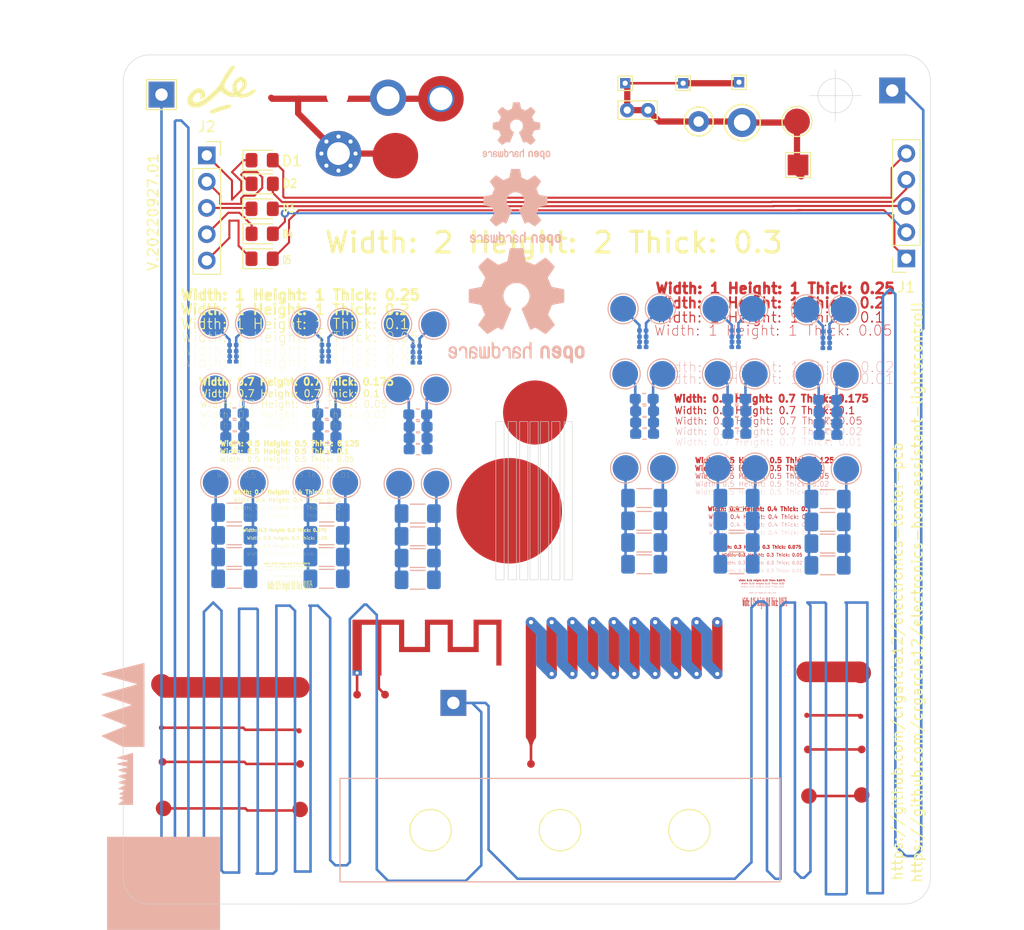
<source format=kicad_pcb>
(kicad_pcb (version 20211014) (generator pcbnew)
  (title_block (title "Home Assistant module for lights control") (date "2022-09-18") (rev "20220918.20"))
  (layers (0 "F.Cu" signal) (31 "B.Cu" signal) (34 "B.Paste" user) (35 "F.Paste" user) (36 "B.SilkS" user "B.Silkscreen") (37 "F.SilkS" user "F.Silkscreen") (38 "B.Mask" user) (39 "F.Mask" user) (44 "Edge.Cuts" user))
  (net 0 "")
  (net 1 "Net-(D1-Pad1)")
  (net 2 "Net-(D1-Pad2)")
  (net 3 "Net-(D2-Pad1)")
  (net 4 "Net-(D2-Pad2)")
  (net 5 "Net-(D3-Pad1)")
  (net 6 "Net-(D3-Pad2)")
  (net 7 "Net-(D4-Pad1)")
  (net 8 "Net-(D4-Pad2)")
  (net 9 "Net-(D5-Pad1)")
  (net 10 "Net-(D5-Pad2)")
  (footprint "icons:che" (layer "F.Cu") (at 39.5 33.8)
    (fp_text reference "G1" hide)
    (fp_text value "LOGO" hide)
  )
  (footprint "Fiducial:Fiducial_0.75mm_Mask1.5mm" (layer "F.Cu") (at 52.6 92.3)
    (fp_text reference "REF**" hide)
    (fp_text value "Fiducial_0.75mm_Mask1.5mm")
  )
  (footprint "TestPoint:TestPoint_THTPad_1.0x1.0mm_Drill0.5mm" (layer "F.Cu") (at 78.5 33.2)
    (fp_text reference "REF**" hide)
    (fp_text value "TestPoint_THTPad_1.0x1.0mm_Drill0.5mm")
  )
  (footprint "TestPoint:TestPoint_Pad_2.0x2.0mm" (layer "F.Cu") (at 95.2 41.1)
    (fp_text reference "REF**" hide)
    (fp_text value "TestPoint_Pad_2.0x2.0mm")
  )
  (footprint "MountingHole:MountingHole_2.2mm_M2_ISO7380_Pad_TopBottom" (layer "F.Cu") (at 55.6 34.6)
    (fp_text reference "REF**" hide)
    (fp_text value "MountingHole_2.2mm_M2_ISO7380_Pad_TopBottom")
  )
  (footprint "TestPoint:TestPoint_THTPad_2.5x2.5mm_Drill1.2mm" (layer "F.Cu") (at 33.7 34.3)
    (fp_text reference "REF**" hide)
    (fp_text value "TestPoint_THTPad_2.5x2.5mm_Drill1.2mm")
  )
  (footprint "Connector_PinSocket_2.54mm:PinSocket_1x05_P2.54mm_Vertical" (layer "F.Cu") (at 38.076 40.175)
    (fp_text reference "J2")
    (fp_text value "Conn_01x05_Female")
  )
  (footprint "Fiducial:Fiducial_0.75mm_Mask1.5mm" (layer "F.Cu") (at 55.3 92.3)
    (fp_text reference "REF**" hide)
    (fp_text value "Fiducial_0.75mm_Mask1.5mm")
  )
  (footprint "Fiducial:Fiducial_1.5mm_Mask4.5mm" (layer "F.Cu") (at 101.35 102)
    (fp_text reference "REF**" hide)
    (fp_text value "Fiducial_1.5mm_Mask4.5mm")
  )
  (footprint "Fiducial:Fiducial_0.5mm_Mask1mm" (layer "F.Cu") (at 96.05 90.1)
    (fp_text reference "REF**" hide)
    (fp_text value "Fiducial_0.5mm_Mask1mm")
  )
  (footprint "LED_SMD:LED_0805_2012Metric_Pad1.15x1.40mm_HandSolder" (layer "F.Cu") (at 43.434 47.752)
    (fp_text reference "D4")
    (fp_text value "LED")
  )
  (footprint "LED_SMD:LED_0805_2012Metric_Pad1.15x1.40mm_HandSolder" (layer "F.Cu") (at 43.434 42.926)
    (fp_text reference "D2")
    (fp_text value "LED")
  )
  (footprint "Fiducial:Fiducial_0.75mm_Mask1.5mm" (layer "F.Cu") (at 69.4 99)
    (fp_text reference "REF**" hide)
    (fp_text value "Fiducial_0.75mm_Mask1.5mm")
  )
  (footprint "" (layer "F.Cu") (at 104.3 33.9)
    (fp_text reference "")
    (fp_text value "")
  )
  (footprint "MountingEquipment:DINRailAdapter_3xM3_PhoenixContact_1201578" (layer "F.Cu") (at 72.2 105.4)
    (fp_text reference "REF**" hide)
    (fp_text value "DINRailAdapter_3xM3_PhoenixContact_1201578")
  )
  (footprint "TestPoint:TestPoint_THTPad_1.0x1.0mm_Drill0.5mm" (layer "F.Cu") (at 89.5 33.1)
    (fp_text reference "REF**" hide)
    (fp_text value "TestPoint_THTPad_1.0x1.0mm_Drill0.5mm" hide)
  )
  (footprint "Connector_PinSocket_2.54mm:PinSocket_1x05_P2.54mm_Vertical" (layer "F.Cu") (at 105.664 50.146 180)
    (fp_text reference "J1")
    (fp_text value "Conn_01x05_Female")
  )
  (footprint "RF_Antenna:Texas_SWRA416_868MHz_915MHz" (layer "F.Cu") (at 78.4 91.1)
    (fp_text reference "REF**" hide)
    (fp_text value "Texas_SWRA416_868MHz_915MHz")
  )
  (footprint "Fiducial:Fiducial_1.5mm_Mask4.5mm" (layer "F.Cu") (at 47.1 103.4)
    (fp_text reference "REF**" hide)
    (fp_text value "Fiducial_1.5mm_Mask4.5mm")
  )
  (footprint "TestPoint:TestPoint_Keystone_5000-5004_Miniature" (layer "F.Cu") (at 85.6 36.9)
    (fp_text reference "REF**" hide)
    (fp_text value "TestPoint_Keystone_5000-5004_Miniature")
  )
  (footprint "LED_SMD:LED_0805_2012Metric_Pad1.15x1.40mm_HandSolder" (layer "F.Cu") (at 43.425 45.339)
    (fp_text reference "D3")
    (fp_text value "LED")
  )
  (footprint "Fiducial:Fiducial_0.75mm_Mask1.5mm" (layer "F.Cu") (at 96.15 97.6)
    (fp_text reference "REF**" hide)
    (fp_text value "Fiducial_0.75mm_Mask1.5mm")
  )
  (footprint "TestPoint:TestPoint_THTPad_1.0x1.0mm_Drill0.5mm" (layer "F.Cu") (at 84.1 33.2)
    (fp_text reference "REF**" hide)
    (fp_text value "TestPoint_THTPad_1.0x1.0mm_Drill0.5mm")
  )
  (footprint "RF_Antenna:Texas_SWRA117D_2.4GHz_Right" (layer "F.Cu") (at 54.7 90.2)
    (fp_text reference "REF**" hide)
    (fp_text value "Texas_SWRA117D_2.4GHz_Right")
  )
  (footprint "Fiducial:Fiducial_0.5mm_Mask1mm" (layer "F.Cu") (at 33.7 91.3)
    (fp_text reference "REF**" hide)
    (fp_text value "Fiducial_0.5mm_Mask1mm")
  )
  (footprint "TestPoint:TestPoint_Pad_D2.5mm" (layer "F.Cu") (at 95.1 36.9)
    (fp_text reference "REF**" hide)
    (fp_text value "TestPoint_Pad_D2.5mm")
  )
  (footprint "" (layer "F.Cu") (at 56.3 40.2)
    (fp_text reference "")
    (fp_text value "")
  )
  (footprint "Fiducial:Fiducial_0.5mm_Mask1.5mm" (layer "F.Cu") (at 47 95.8)
    (fp_text reference "REF**" hide)
    (fp_text value "Fiducial_0.5mm_Mask1.5mm")
  )
  (footprint "LED_SMD:LED_0805_2012Metric_Pad1.15x1.40mm_HandSolder" (layer "F.Cu") (at 43.425 40.64)
    (fp_text reference "D1")
    (fp_text value "LED")
  )
  (footprint "LED_SMD:LED_0805_2012Metric_Pad1.15x1.40mm_HandSolder" (layer "F.Cu") (at 43.425 50.165)
    (fp_text reference "D5")
    (fp_text value "LED")
  )
  (footprint "Fiducial:Fiducial_0.5mm_Mask1.5mm" (layer "F.Cu") (at 47 91.6)
    (fp_text reference "REF**" hide)
    (fp_text value "Fiducial_0.5mm_Mask1.5mm")
  )
  (footprint "Fiducial:Fiducial_0.75mm_Mask2.25mm" (layer "F.Cu") (at 47.1 99)
    (fp_text reference "REF**" hide)
    (fp_text value "Fiducial_0.75mm_Mask2.25mm")
  )
  (footprint "TestPoint:TestPoint_Bridge_Pitch2.0mm_Drill0.7mm" (layer "F.Cu") (at 78.7 35.8)
    (fp_text reference "REF**" hide)
    (fp_text value "TestPoint_Bridge_Pitch2.0mm_Drill0.7mm")
  )
  (footprint "Fiducial:Fiducial_0.5mm_Mask1.5mm" (layer "F.Cu") (at 101.25 90.2)
    (fp_text reference "REF**" hide)
    (fp_text value "Fiducial_0.5mm_Mask1.5mm")
  )
  (footprint "Fiducial:Fiducial_1.5mm_Mask3mm" (layer "F.Cu") (at 96.25 102.1)
    (fp_text reference "REF**" hide)
    (fp_text value "Fiducial_1.5mm_Mask3mm")
  )
  (footprint "" (layer "F.Cu") (at 61.9 93.1)
    (fp_text reference "")
    (fp_text value "")
  )
  (footprint "MountingHole:MountingHole_2.2mm_M2_Pad_TopOnly" (layer "F.Cu") (at 60.7 34.7)
    (fp_text reference "REF**" hide)
    (fp_text value "MountingHole_2.2mm_M2_Pad_TopOnly")
  )
  (footprint "Fiducial:Fiducial_0.5mm_Mask1.5mm" (layer "F.Cu") (at 101.25 94.4)
    (fp_text reference "REF**" hide)
    (fp_text value "Fiducial_0.5mm_Mask1.5mm")
  )
  (footprint "TestPoint:TestPoint_Keystone_5010-5014_Multipurpose" (layer "F.Cu") (at 89.8 37)
    (fp_text reference "REF**" hide)
    (fp_text value "TestPoint_Keystone_5010-5014_Multipurpose")
  )
  (footprint "Fiducial:Fiducial_1.5mm_Mask3mm" (layer "F.Cu") (at 33.9 103.3)
    (fp_text reference "REF**" hide)
    (fp_text value "Fiducial_1.5mm_Mask3mm")
  )
  (footprint "MountingHole:MountingHole_2.2mm_M2_Pad_Via" (layer "F.Cu") (at 50.8 40)
    (fp_text reference "REF**" hide)
    (fp_text value "MountingHole_2.2mm_M2_Pad_Via")
  )
  (footprint "MountingHole:MountingHole_2.1mm" (layer "F.Cu") (at 50.7 34.4)
    (fp_text reference "REF**" hide)
    (fp_text value "MountingHole_2.1mm")
  )
  (footprint "Fiducial:Fiducial_0.5mm_Mask1mm" (layer "F.Cu") (at 33.7 95.5)
    (fp_text reference "REF**" hide)
    (fp_text value "Fiducial_0.5mm_Mask1mm")
  )
  (footprint "Fiducial:Fiducial_0.75mm_Mask2.25mm" (layer "F.Cu") (at 101.35 97.6)
    (fp_text reference "REF**" hide)
    (fp_text value "Fiducial_0.75mm_Mask2.25mm")
  )
  (footprint "Fiducial:Fiducial_0.5mm_Mask1mm" (layer "F.Cu") (at 96.05 94.3)
    (fp_text reference "REF**" hide)
    (fp_text value "Fiducial_0.5mm_Mask1mm")
  )
  (footprint "Fiducial:Fiducial_0.75mm_Mask1.5mm" (layer "F.Cu") (at 33.8 98.8)
    (fp_text reference "REF**" hide)
    (fp_text value "Fiducial_0.75mm_Mask1.5mm")
  )
  (footprint "Capacitor_SMD:C_0201_0603Metric" (layer "B.Cu") (at 80.2 57.1 180)
    (fp_text reference "REF**" hide)
    (fp_text value "C_0201_0603Metric")
  )
  (footprint "TestPoint:TestPoint_Pad_D2.5mm" (layer "B.Cu") (at 60.22 62.8 180)
    (fp_text reference "REF**" hide)
    (fp_text value "TestPoint_Pad_D2.5mm")
  )
  (footprint "Symbol:OSHW-Logo2_7.3x6mm_SilkScreen" (layer "B.Cu") (at 68 37.8 180)
    (fp_text reference "REF**" hide)
    (fp_text value "OSHW-Logo2_7.3x6mm_SilkScreen" hide)
  )
  (footprint "Capacitor_SMD:C_0201_0603Metric" (layer "B.Cu") (at 80.2 58.7 180)
    (fp_text reference "REF**" hide)
    (fp_text value "C_0201_0603Metric")
  )
  (footprint "Capacitor_SMD:C_0201_0603Metric" (layer "B.Cu") (at 49.54 59.6 180)
    (fp_text reference "REF**" hide)
    (fp_text value "C_0201_0603Metric")
  )
  (footprint "TestPoint:TestPoint_Pad_D2.5mm" (layer "B.Cu") (at 51.22 56.4 180)
    (fp_text reference "REF**" hide)
    (fp_text value "TestPoint_Pad_D2.5mm")
  )
  (footprint "Capacitor_SMD:C_0603_1608Metric_Pad1.08x0.95mm_HandSolder" (layer "B.Cu") (at 40.775 66.3 180)
    (fp_text reference "REF**" hide)
    (fp_text value "C_0603_1608Metric_Pad1.08x0.95mm_HandSolder")
  )
  (footprint "TestPoint:TestPoint_Pad_D2.5mm" (layer "B.Cu") (at 56.6575 71.9 180)
    (fp_text reference "REF**" hide)
    (fp_text value "TestPoint_Pad_D2.5mm")
  )
  (footprint "Capacitor_SMD:C_1206_3216Metric_Pad1.33x1.80mm_HandSolder" (layer "B.Cu") (at 89.2575 79.7 180)
    (fp_text reference "REF**" hide)
    (fp_text value "C_1206_3216Metric_Pad1.33x1.80mm_HandSolder")
  )
  (footprint "TestPoint:TestPoint_Pad_D2.5mm" (layer "B.Cu") (at 99.8575 70.5 180)
    (fp_text reference "REF**" hide)
    (fp_text value "TestPoint_Pad_D2.5mm")
  )
  (footprint "Capacitor_SMD:C_1206_3216Metric_Pad1.33x1.80mm_HandSolder" (layer "B.Cu") (at 80.3375 75.5 180)
    (fp_text reference "REF**" hide)
    (fp_text value "C_1206_3216Metric_Pad1.33x1.80mm_HandSolder")
  )
  (footprint "Capacitor_SMD:C_0603_1608Metric_Pad1.08x0.95mm_HandSolder" (layer "B.Cu") (at 80.375 64.9 180)
    (fp_text reference "REF**" hide)
    (fp_text value "C_0603_1608Metric_Pad1.08x0.95mm_HandSolder")
  )
  (footprint "TestPoint:TestPoint_Pad_D2.5mm" (layer "B.Cu") (at 90.82 55 180)
    (fp_text reference "REF**" hide)
    (fp_text value "TestPoint_Pad_D2.5mm")
  )
  (footprint "TestPoint:TestPoint_Pad_D2.5mm" (layer "B.Cu") (at 87.22 55 180)
    (fp_text reference "REF**" hide)
    (fp_text value "TestPoint_Pad_D2.5mm")
  )
  (footprint "TestPoint:TestPoint_Pad_D2.5mm" (layer "B.Cu") (at 82.1375 70.4 180)
    (fp_text reference "REF**" hide)
    (fp_text value "TestPoint_Pad_D2.5mm")
  )
  (footprint "TestPoint:TestPoint_Pad_D2.5mm" (layer "B.Cu") (at 60.02 56.5 180)
    (fp_text reference "REF**" hide)
    (fp_text value "TestPoint_Pad_D2.5mm")
  )
  (footprint "TestPoint:TestPoint_Pad_D2.5mm" (layer "B.Cu") (at 87.42 61.3 180)
    (fp_text reference "REF**" hide)
    (fp_text value "TestPoint_Pad_D2.5mm")
  )
  (footprint "Capacitor_SMD:C_0603_1608Metric_Pad1.08x0.95mm_HandSolder" (layer "B.Cu") (at 98.0575 63.8 180)
    (fp_text reference "REF**" hide)
    (fp_text value "C_0603_1608Metric_Pad1.08x0.95mm_HandSolder")
  )
  (footprint "TestPoint:TestPoint_Pad_D2.5mm" (layer "B.Cu") (at 96.02 55.1 180)
    (fp_text reference "REF**" hide)
    (fp_text value "TestPoint_Pad_D2.5mm")
  )
  (footprint "Capacitor_SMD:C_0201_0603Metric" (layer "B.Cu") (at 97.94 58.3 180)
    (fp_text reference "REF**" hide)
    (fp_text value "C_0201_0603Metric")
  )
  (footprint "Capacitor_SMD:C_0201_0603Metric" (layer "B.Cu") (at 40.6 60.1 180)
    (fp_text reference "REF**" hide)
    (fp_text value "C_0201_0603Metric")
  )
  (footprint "Capacitor_SMD:C_0201_0603Metric" (layer "B.Cu") (at 80.22 58.2 180)
    (fp_text reference "REF**" hide)
    (fp_text value "C_0201_0603Metric")
  )
  (footprint "Capacitor_SMD:C_1206_3216Metric_Pad1.33x1.80mm_HandSolder" (layer "B.Cu") (at 98.0575 79.8 180)
    (fp_text reference "REF**" hide)
    (fp_text value "C_1206_3216Metric_Pad1.33x1.80mm_HandSolder")
  )
  (footprint "Capacitor_SMD:C_0603_1608Metric_Pad1.08x0.95mm_HandSolder" (layer "B.Cu") (at 49.6575 65.1 180)
    (fp_text reference "REF**" hide)
    (fp_text value "C_0603_1608Metric_Pad1.08x0.95mm_HandSolder")
  )
  (footprint "Capacitor_SMD:C_1206_3216Metric_Pad1.33x1.80mm_HandSolder" (layer "B.Cu") (at 40.7375 81.1 180)
    (fp_text reference "REF**" hide)
    (fp_text value "C_1206_3216Metric_Pad1.33x1.80mm_HandSolder")
  )
  (footprint "Capacitor_SMD:C_0603_1608Metric_Pad1.08x0.95mm_HandSolder" (layer "B.Cu") (at 49.695 66.3 180)
    (fp_text reference "REF**" hide)
    (fp_text value "C_0603_1608Metric_Pad1.08x0.95mm_HandSolder")
  )
  (footprint "TestPoint:TestPoint_Pad_D2.5mm" (layer "B.Cu") (at 38.9 62.7 180)
    (fp_text reference "REF**" hide)
    (fp_text value "TestPoint_Pad_D2.5mm")
  )
  (footprint "Capacitor_SMD:C_1206_3216Metric_Pad1.33x1.80mm_HandSolder" (layer "B.Cu") (at 80.3375 79.7 180)
    (fp_text reference "REF**" hide)
    (fp_text value "C_1206_3216Metric_Pad1.33x1.80mm_HandSolder")
  )
  (footprint "Capacitor_SMD:C_0201_0603Metric" (layer "B.Cu") (at 58.34 59.7 180)
    (fp_text reference "REF**" hide)
    (fp_text value "C_0201_0603Metric")
  )
  (footprint "Capacitor_SMD:C_1206_3216Metric_Pad1.33x1.80mm_HandSolder" (layer "B.Cu") (at 58.4575 81.2 180)
    (fp_text reference "REF**" hide)
    (fp_text value "C_1206_3216Metric_Pad1.33x1.80mm_HandSolder")
  )
  (footprint "Capacitor_SMD:C_1206_3216Metric_Pad1.33x1.80mm_HandSolder" (layer "B.Cu") (at 58.4575 77 180)
    (fp_text reference "REF**" hide)
    (fp_text value "C_1206_3216Metric_Pad1.33x1.80mm_HandSolder")
  )
  (footprint "Capacitor_SMD:C_0201_0603Metric" (layer "B.Cu") (at 40.6 58.5 180)
    (fp_text reference "REF**" hide)
    (fp_text value "C_0201_0603Metric")
  )
  (footprint "Capacitor_SMD:C_1206_3216Metric_Pad1.33x1.80mm_HandSolder" (layer "B.Cu") (at 58.4575 79.1 180)
    (fp_text reference "REF**" hide)
    (fp_text value "C_1206_3216Metric_Pad1.33x1.80mm_HandSolder")
  )
  (footprint "Capacitor_SMD:C_0201_0603Metric" (layer "B.Cu") (at 49.52 58.5 180)
    (fp_text reference "REF**" hide)
    (fp_text value "C_0201_0603Metric")
  )
  (footprint "Capacitor_SMD:C_0603_1608Metric_Pad1.08x0.95mm_HandSolder" (layer "B.Cu") (at 40.775 68.5 180)
    (fp_text reference "REF**" hide)
    (fp_text value "C_0603_1608Metric_Pad1.08x0.95mm_HandSolder")
  )
  (footprint "Capacitor_SMD:C_1206_3216Metric_Pad1.33x1.80mm_HandSolder" (layer "B.Cu") (at 89.2575 73.3 180)
    (fp_text reference "REF**" hide)
    (fp_text value "C_1206_3216Metric_Pad1.33x1.80mm_HandSolder")
  )
  (footprint "TestPoint:TestPoint_Pad_D2.5mm" (layer "B.Cu") (at 78.5 61.3 180)
    (fp_text reference "REF**" hide)
    (fp_text value "TestPoint_Pad_D2.5mm")
  )
  (footprint "Capacitor_SMD:C_0603_1608Metric_Pad1.08x0.95mm_HandSolder" (layer "B.Cu") (at 98.095 66.1 180)
    (fp_text reference "REF**" hide)
    (fp_text value "C_0603_1608Metric_Pad1.08x0.95mm_HandSolder")
  )
  (footprint "TestPoint:TestPoint_Pad_D2.5mm" (layer "B.Cu") (at 87.4575 70.4 180)
    (fp_text reference "REF**" hide)
    (fp_text value "TestPoint_Pad_D2.5mm")
  )
  (footprint "TestPoint:TestPoint_Pad_D2.5mm" (layer "B.Cu") (at 78.3 55 180)
    (fp_text reference "REF**" hide)
    (fp_text value "TestPoint_Pad_D2.5mm")
  )
  (footprint "Capacitor_SMD:C_1206_3216Metric_Pad1.33x1.80mm_HandSolder" (layer "B.Cu") (at 49.6575 81.1 180)
    (fp_text reference "REF**" hide)
    (fp_text value "C_1206_3216Metric_Pad1.33x1.80mm_HandSolder")
  )
  (footprint "Capacitor_SMD:C_1206_3216Metric_Pad1.33x1.80mm_HandSolder" (layer "B.Cu") (at 49.6575 79 180)
    (fp_text reference "REF**" hide)
    (fp_text value "C_1206_3216Metric_Pad1.33x1.80mm_HandSolder")
  )
  (footprint "Capacitor_SMD:C_0201_0603Metric" (layer "B.Cu") (at 58.32 59.2 180)
    (fp_text reference "REF**" hide)
    (fp_text value "C_0201_0603Metric")
  )
  (footprint "TestPoint:TestPoint_Pad_D2.5mm" (layer "B.Cu") (at 91.0575 70.4 180)
    (fp_text reference "REF**" hide)
    (fp_text value "TestPoint_Pad_D2.5mm")
  )
  (footprint "TestPoint:TestPoint_Pad_D2.5mm" (layer "B.Cu") (at 60.2575 71.9 180)
    (fp_text reference "REF**" hide)
    (fp_text value "TestPoint_Pad_D2.5mm")
  )
  (footprint "Capacitor_SMD:C_0603_1608Metric_Pad1.08x0.95mm_HandSolder" (layer "B.Cu") (at 89.2575 63.7 180)
    (fp_text reference "REF**" hide)
    (fp_text value "C_0603_1608Metric_Pad1.08x0.95mm_HandSolder")
  )
  (footprint "TestPoint:TestPoint_Pad_D2.5mm" (layer "B.Cu") (at 42.5 62.7 180)
    (fp_text reference "REF**" hide)
    (fp_text value "TestPoint_Pad_D2.5mm")
  )
  (footprint "TestPoint:TestPoint_Pad_D2.5mm" (layer "B.Cu") (at 99.82 61.4 180)
    (fp_text reference "REF**" hide)
    (fp_text value "TestPoint_Pad_D2.5mm")
  )
  (footprint "TestPoint:TestPoint_Pad_D2.5mm" (layer "B.Cu") (at 78.5375 70.4 180)
    (fp_text reference "REF**" hide)
    (fp_text value "TestPoint_Pad_D2.5mm")
  )
  (footprint "Capacitor_SMD:C_0201_0603Metric" (layer "B.Cu") (at 89.12 57.7 180)
    (fp_text reference "REF**" hide)
    (fp_text value "C_0201_0603Metric")
  )
  (footprint "Capacitor_SMD:C_1206_3216Metric_Pad1.33x1.80mm_HandSolder" (layer "B.Cu") (at 40.7375 79 180)
    (fp_text reference "REF**" hide)
    (fp_text value "C_1206_3216Metric_Pad1.33x1.80mm_HandSolder")
  )
  (footprint "TestPoint:TestPoint_Pad_D2.5mm" (layer "B.Cu") (at 91.02 61.3 180)
    (fp_text reference "REF**" hide)
    (fp_text value "TestPoint_Pad_D2.5mm")
  )
  (footprint "Capacitor_SMD:C_0201_0603Metric" (layer "B.Cu") (at 97.92 58.8 180)
    (fp_text reference "REF**" hide)
    (fp_text value "C_0201_0603Metric")
  )
  (footprint "Capacitor_SMD:C_1206_3216Metric_Pad1.33x1.80mm_HandSolder" (layer "B.Cu") (at 80.3375 73.3 180)
    (fp_text reference "REF**" hide)
    (fp_text value "C_1206_3216Metric_Pad1.33x1.80mm_HandSolder")
  )
  (footprint "Capacitor_SMD:C_1206_3216Metric_Pad1.33x1.80mm_HandSolder" (layer "B.Cu") (at 40.7375 74.7 180)
    (fp_text reference "REF**" hide)
    (fp_text value "C_1206_3216Metric_Pad1.33x1.80mm_HandSolder")
  )
  (footprint "Capacitor_SMD:C_1206_3216Metric_Pad1.33x1.80mm_HandSolder" (layer "B.Cu") (at 89.2575 75.5 180)
    (fp_text reference "REF**" hide)
    (fp_text value "C_1206_3216Metric_Pad1.33x1.80mm_HandSolder")
  )
  (footprint "Symbol:OSHW-Logo2_9.8x8mm_SilkScreen" (layer "B.Cu") (at 67.9 45.2 180)
    (fp_text reference "REF**" hide)
    (fp_text value "OSHW-Logo2_9.8x8mm_SilkScreen" hide)
  )
  (footprint "Capacitor_SMD:C_0201_0603Metric" (layer "B.Cu") (at 89.14 58.2 180)
    (fp_text reference "REF**" hide)
    (fp_text value "C_0201_0603Metric")
  )
  (footprint "Capacitor_SMD:C_1206_3216Metric_Pad1.33x1.80mm_HandSolder" (layer "B.Cu") (at 89.2575 77.6 180)
    (fp_text reference "REF**" hide)
    (fp_text value "C_1206_3216Metric_Pad1.33x1.80mm_HandSolder")
  )
  (footprint "TestPoint:TestPoint_Pad_D2.5mm" (layer "B.Cu") (at 47.8575 71.8 180)
    (fp_text reference "REF**" hide)
    (fp_text value "TestPoint_Pad_D2.5mm")
  )
  (footprint "TestPoint:TestPoint_Pad_D2.5mm" (layer "B.Cu") (at 47.82 62.7 180)
    (fp_text reference "REF**" hide)
    (fp_text value "TestPoint_Pad_D2.5mm")
  )
  (footprint "Capacitor_SMD:C_0201_0603Metric" (layer "B.Cu") (at 80.2 57.7 180)
    (fp_text reference "REF**" hide)
    (fp_text value "C_0201_0603Metric")
  )
  (footprint "TestPoint:TestPoint_Pad_D2.5mm" (layer "B.Cu") (at 81.9 55 180)
    (fp_text reference "REF**" hide)
    (fp_text value "TestPoint_Pad_D2.5mm")
  )
  (footprint "Capacitor_SMD:C_0603_1608Metric_Pad1.08x0.95mm_HandSolder" (layer "B.Cu") (at 40.775 67.4 180)
    (fp_text reference "REF**" hide)
    (fp_text value "C_0603_1608Metric_Pad1.08x0.95mm_HandSolder")
  )
  (footprint "TestPoint:TestPoint_Pad_D2.5mm" (layer "B.Cu") (at 47.62 56.4 180)
    (fp_text reference "REF**" hide)
    (fp_text value "TestPoint_Pad_D2.5mm")
  )
  (footprint "Capacitor_SMD:C_0201_0603Metric" (layer "B.Cu") (at 97.92 57.2 180)
    (fp_text reference "REF**" hide)
    (fp_text value "C_0201_0603Metric")
  )
  (footprint "Capacitor_SMD:C_1206_3216Metric_Pad1.33x1.80mm_HandSolder" (layer "B.Cu") (at 49.6575 74.7 180)
    (fp_text reference "REF**" hide)
    (fp_text value "C_1206_3216Metric_Pad1.33x1.80mm_HandSolder")
  )
  (footprint "Capacitor_SMD:C_0603_1608Metric_Pad1.08x0.95mm_HandSolder" (layer "B.Cu") (at 58.495 66.4 180)
    (fp_text reference "REF**" hide)
    (fp_text value "C_0603_1608Metric_Pad1.08x0.95mm_HandSolder")
  )
  (footprint "Capacitor_SMD:C_1206_3216Metric_Pad1.33x1.80mm_HandSolder" (layer "B.Cu") (at 58.4575 74.8 180)
    (fp_text reference "REF**" hide)
    (fp_text value "C_1206_3216Metric_Pad1.33x1.80mm_HandSolder")
  )
  (footprint "Capacitor_SMD:C_0201_0603Metric" (layer "B.Cu") (at 49.52 60.1 180)
    (fp_text reference "REF**" hide)
    (fp_text value "C_0201_0603Metric")
  )
  (footprint "Capacitor_SMD:C_1206_3216Metric_Pad1.33x1.80mm_HandSolder" (layer "B.Cu") (at 98.0575 73.4 180)
    (fp_text reference "REF**" hide)
    (fp_text value "C_1206_3216Metric_Pad1.33x1.80mm_HandSolder")
  )
  (footprint "TestPoint:TestPoint_Pad_D2.5mm" (layer "B.Cu") (at 96.2575 70.5 180)
    (fp_text reference "REF**" hide)
    (fp_text value "TestPoint_Pad_D2.5mm")
  )
  (footprint "Capacitor_SMD:C_1206_3216Metric_Pad1.33x1.80mm_HandSolder" (layer "B.Cu") (at 98.0575 77.7 180)
    (fp_text reference "REF**" hide)
    (fp_text value "C_1206_3216Metric_Pad1.33x1.80mm_HandSolder")
  )
  (footprint "TestPoint:TestPoint_Pad_D2.5mm" (layer "B.Cu") (at 42.3 56.4 180)
    (fp_text reference "REF**" hide)
    (fp_text value "TestPoint_Pad_D2.5mm")
  )
  (footprint "Capacitor_SMD:C_0603_1608Metric_Pad1.08x0.95mm_HandSolder" (layer "B.Cu") (at 89.295 67.1 180)
    (fp_text reference "REF**" hide)
    (fp_text value "C_0603_1608Metric_Pad1.08x0.95mm_HandSolder")
  )
  (footprint "Capacitor_SMD:C_0603_1608Metric_Pad1.08x0.95mm_HandSolder" (layer "B.Cu") (at 89.295 64.9 180)
    (fp_text reference "REF**" hide)
    (fp_text value "C_0603_1608Metric_Pad1.08x0.95mm_HandSolder")
  )
  (footprint "Capacitor_SMD:C_0201_0603Metric" (layer "B.Cu") (at 89.12 57.1 180)
    (fp_text reference "REF**" hide)
    (fp_text value "C_0201_0603Metric")
  )
  (footprint "Capacitor_SMD:C_0201_0603Metric" (layer "B.Cu") (at 40.62 59.6 180)
    (fp_text reference "REF**" hide)
    (fp_text value "C_0201_0603Metric")
  )
  (footprint "Symbol:OSHW-Logo2_14.6x12mm_SilkScreen" (layer "B.Cu") (at 68 54.7 180)
    (fp_text reference "REF**" hide)
    (fp_text value "OSHW-Logo2_14.6x12mm_SilkScreen" hide)
  )
  (footprint "Capacitor_SMD:C_0201_0603Metric" (layer "B.Cu") (at 97.92 57.8 180)
    (fp_text reference "REF**" hide)
    (fp_text value "C_0201_0603Metric")
  )
  (footprint "Capacitor_SMD:C_1206_3216Metric_Pad1.33x1.80mm_HandSolder" (layer "B.Cu") (at 49.6575 76.9 180)
    (fp_text reference "REF**" hide)
    (fp_text value "C_1206_3216Metric_Pad1.33x1.80mm_HandSolder")
  )
  (footprint "Capacitor_SMD:C_0603_1608Metric_Pad1.08x0.95mm_HandSolder" (layer "B.Cu") (at 80.375 67.1 180)
    (fp_text reference "REF**" hide)
    (fp_text value "C_0603_1608Metric_Pad1.08x0.95mm_HandSolder")
  )
  (footprint "TestPoint:TestPoint_Pad_D2.5mm" (layer "B.Cu") (at 56.42 56.5 180)
    (fp_text reference "REF**" hide)
    (fp_text value "TestPoint_Pad_D2.5mm")
  )
  (footprint "TestPoint:TestPoint_Pad_D2.5mm" (layer "B.Cu") (at 99.62 55.1 180)
    (fp_text reference "REF**" hide)
    (fp_text value "TestPoint_Pad_D2.5mm")
  )
  (footprint "Capacitor_SMD:C_0201_0603Metric" (layer "B.Cu") (at 40.6 59.1 180)
    (fp_text reference "REF**" hide)
    (fp_text value "C_0201_0603Metric")
  )
  (footprint "Capacitor_SMD:C_1206_3216Metric_Pad1.33x1.80mm_HandSolder" (layer "B.Cu") (at 80.3375 77.6 180)
    (fp_text reference "REF**" hide)
    (fp_text value "C_1206_3216Metric_Pad1.33x1.80mm_HandSolder")
  )
  (footprint "TestPoint:TestPoint_Pad_D2.5mm" (layer "B.Cu") (at 38.9375 71.8 180)
    (fp_text reference "REF**" hide)
    (fp_text value "TestPoint_Pad_D2.5mm")
  )
  (footprint "Capacitor_SMD:C_0603_1608Metric_Pad1.08x0.95mm_HandSolder" (layer "B.Cu") (at 49.695 68.5 180)
    (fp_text reference "REF**" hide)
    (fp_text value "C_0603_1608Metric_Pad1.08x0.95mm_HandSolder")
  )
  (footprint "Capacitor_SMD:C_0201_0603Metric" (layer "B.Cu") (at 58.32 60.2 180)
    (fp_text reference "REF**" hide)
    (fp_text value "C_0201_0603Metric")
  )
  (footprint "Capacitor_SMD:C_1206_3216Metric_Pad1.33x1.80mm_HandSolder" (layer "B.Cu") (at 40.7375 76.9 180)
    (fp_text reference "REF**" hide)
    (fp_text value "C_1206_3216Metric_Pad1.33x1.80mm_HandSolder")
  )
  (footprint "Capacitor_SMD:C_0603_1608Metric_Pad1.08x0.95mm_HandSolder" (layer "B.Cu") (at 40.7375 65.1 180)
    (fp_text reference "REF**" hide)
    (fp_text value "C_0603_1608Metric_Pad1.08x0.95mm_HandSolder")
  )
  (footprint "TestPoint:TestPoint_Pad_D2.5mm" (layer "B.Cu") (at 82.1 61.3 180)
    (fp_text reference "REF**" hide)
    (fp_text value "TestPoint_Pad_D2.5mm")
  )
  (footprint "Capacitor_SMD:C_0603_1608Metric_Pad1.08x0.95mm_HandSolder" (layer "B.Cu") (at 58.4575 65.2 180)
    (fp_text reference "REF**" hide)
    (fp_text value "C_0603_1608Metric_Pad1.08x0.95mm_HandSolder")
  )
  (footprint "TestPoint:TestPoint_Pad_D2.5mm" (layer "B.Cu") (at 42.5375 71.8 180)
    (fp_text reference "REF**" hide)
    (fp_text value "TestPoint_Pad_D2.5mm")
  )
  (footprint "Capacitor_SMD:C_0603_1608Metric_Pad1.08x0.95mm_HandSolder" (layer "B.Cu") (at 98.095 65 180)
    (fp_text reference "REF**" hide)
    (fp_text value "C_0603_1608Metric_Pad1.08x0.95mm_HandSolder")
  )
  (footprint "Capacitor_SMD:C_0603_1608Metric_Pad1.08x0.95mm_HandSolder" (layer "B.Cu") (at 89.295 66 180)
    (fp_text reference "REF**" hide)
    (fp_text value "C_0603_1608Metric_Pad1.08x0.95mm_HandSolder")
  )
  (footprint "Capacitor_SMD:C_0201_0603Metric" (layer "B.Cu") (at 89.12 58.7 180)
    (fp_text reference "REF**" hide)
    (fp_text value "C_0201_0603Metric")
  )
  (footprint "Capacitor_SMD:C_0603_1608Metric_Pad1.08x0.95mm_HandSolder" (layer "B.Cu") (at 80.375 66 180)
    (fp_text reference "REF**" hide)
    (fp_text value "C_0603_1608Metric_Pad1.08x0.95mm_HandSolder")
  )
  (footprint "Capacitor_SMD:C_0603_1608Metric_Pad1.08x0.95mm_HandSolder" (layer "B.Cu") (at 58.495 68.6 180)
    (fp_text reference "REF**" hide)
    (fp_text value "C_0603_1608Metric_Pad1.08x0.95mm_HandSolder")
  )
  (footprint "Capacitor_SMD:C_0603_1608Metric_Pad1.08x0.95mm_HandSolder" (layer "B.Cu") (at 58.495 67.5 180)
    (fp_text reference "REF**" hide)
    (fp_text value "C_0603_1608Metric_Pad1.08x0.95mm_HandSolder")
  )
  (footprint "Capacitor_SMD:C_0201_0603Metric" (layer "B.Cu") (at 58.32 58.6 180)
    (fp_text reference "REF**" hide)
    (fp_text value "C_0201_0603Metric")
  )
  (footprint "TestPoint:TestPoint_Pad_D2.5mm" (layer "B.Cu") (at 51.4575 71.8 180)
    (fp_text reference "REF**" hide)
    (fp_text value "TestPoint_Pad_D2.5mm")
  )
  (footprint "Capacitor_SMD:C_0603_1608Metric_Pad1.08x0.95mm_HandSolder" (layer "B.Cu") (at 49.695 67.4 180)
    (fp_text reference "REF**" hide)
    (fp_text value "C_0603_1608Metric_Pad1.08x0.95mm_HandSolder")
  )
  (footprint "TestPoint:TestPoint_Pad_D2.5mm" (layer "B.Cu") (at 38.7 56.4 180)
    (fp_text reference "REF**" hide)
    (fp_text value "TestPoint_Pad_D2.5mm")
  )
  (footprint "Capacitor_SMD:C_0603_1608Metric_Pad1.08x0.95mm_HandSolder" (layer "B.Cu") (at 98.095 67.2 180)
    (fp_text reference "REF**" hide)
    (fp_text value "C_0603_1608Metric_Pad1.08x0.95mm_HandSolder")
  )
  (footprint "TestPoint:TestPoint_Pad_D2.5mm" (layer "B.Cu") (at 96.22 61.4 180)
    (fp_text reference "REF**" hide)
    (fp_text value "TestPoint_Pad_D2.5mm")
  )
  (footprint "Capacitor_SMD:C_1206_3216Metric_Pad1.33x1.80mm_HandSolder" (layer "B.Cu") (at 98.0575 75.6 180)
    (fp_text reference "REF**" hide)
    (fp_text value "C_1206_3216Metric_Pad1.33x1.80mm_HandSolder")
  )
  (footprint "TestPoint:TestPoint_Pad_D2.5mm" (layer "B.Cu") (at 51.42 62.7 180)
    (fp_text reference "REF**" hide)
    (fp_text value "TestPoint_Pad_D2.5mm")
  )
  (footprint "TestPoint:TestPoint_Pad_D2.5mm" (layer "B.Cu") (at 56.62 62.8 180)
    (fp_text reference "REF**" hide)
    (fp_text value "TestPoint_Pad_D2.5mm")
  )
  (footprint "Capacitor_SMD:C_0201_0603Metric" (layer "B.Cu") (at 49.52 59.1 180)
    (fp_text reference "REF**" hide)
    (fp_text value "C_0201_0603Metric")
  )
  (footprint "Capacitor_SMD:C_0603_1608Metric_Pad1.08x0.95mm_HandSolder" (layer "B.Cu") (at 80.3375 63.7 180)
    (fp_text reference "REF**" hide)
    (fp_text value "C_0603_1608Metric_Pad1.08x0.95mm_HandSolder")
  )
  (gr_circle (center 67.3 74.528) (end 72.3 74.528) (layer "F.Cu") (width 0.2) (fill solid))
  (gr_circle (center 69.8 65.028) (end 72.8 65.028) (layer "F.Cu") (width 0.2) (fill solid))
  (gr_poly (pts (xy 30.9 102.9) (xy 29.6 102.9) (xy 30.1 102.5) (xy 29.7 102.3) (xy 30.2 102) (xy 29.7 101.9) (xy 30.3 101.5) (xy 29.6 101.4) (xy 30.4 101) (xy 29.6 100.8) (xy 30.5 100.5) (xy 29.6 100.2) (xy 30.6 99.9) (xy 29.6 99.6) (xy 30.7 99.3) (xy 29.5 99) (xy 30.8 98.7) (xy 29.5 98.4) (xy 30.9 98)) (layer "B.SilkS") (width 0.12) (fill solid))
  (gr_poly (pts (xy 32 97.3) (xy 30 97.3) (xy 28 96.3) (xy 30.5 95.3) (xy 28 94.3) (xy 31 93.3) (xy 28 92.3) (xy 31.6 91.3) (xy 28 90.3) (xy 32 89.3)) (layer "B.SilkS") (width 0.12) (fill solid))
  (gr_rect (start 28.5 106.1) (end 39.3 115) (layer "B.SilkS") (width 0.12) (fill solid))
  (gr_arc (start 108 110) (mid 107.256051 111.796051) (end 105.46 112.54) (layer "Edge.Cuts") (width 0.05))
  (gr_line (start 108 110) (end 108 33) (layer "Edge.Cuts") (width 0.05))
  (gr_line (start 105.46 112.54) (end 32.54 112.542) (layer "Edge.Cuts") (width 0.05))
  (gr_line (start 105.46 30.46) (end 32.54 30.46) (layer "Edge.Cuts") (width 0.05))
  (gr_line (start 30 110) (end 30 33) (layer "Edge.Cuts") (width 0.05))
  (gr_arc (start 32.54 112.542) (mid 30.743827 111.796759) (end 30 110) (layer "Edge.Cuts") (width 0.05))
  (gr_arc (start 105.46 30.46) (mid 107.256051 31.203949) (end 108 33) (layer "Edge.Cuts") (width 0.05))
  (gr_rect (start 70.3 65.9) (end 71.1 81.2) (layer "Edge.Cuts") (width 0.05) (fill none))
  (gr_rect (start 67.2 65.9) (end 68 81.2) (layer "Edge.Cuts") (width 0.05) (fill none))
  (gr_rect (start 71.4 65.9) (end 72.2 81.2) (layer "Edge.Cuts") (width 0.05) (fill none))
  (gr_rect (start 72.6 65.9) (end 73.4 81.2) (layer "Edge.Cuts") (width 0.05) (fill none))
  (gr_arc (start 30 33) (mid 30.743949 31.203949) (end 32.54 30.46) (layer "Edge.Cuts") (width 0.05))
  (gr_rect (start 66 65.9) (end 66.8 81.2) (layer "Edge.Cuts") (width 0.05) (fill none))
  (gr_rect (start 69.3 65.9) (end 70.1 81.2) (layer "Edge.Cuts") (width 0.05) (fill none))
  (gr_rect (start 68.3 65.9) (end 69.1 81.2) (layer "Edge.Cuts") (width 0.05) (fill none))
  (gr_text "Width: 0.5 Height: 0.5 Thick: 0.1" (at 91.476 70.415) (layer "F.Cu") (effects (font (size 0.5 0.5) (thickness 0.1))))
  (gr_text "Width: 0.5 Height: 0.5 Thick: 0.02" (at 91.73 71.939) (layer "F.Cu") (effects (font (size 0.5 0.5) (thickness 0.02))))
  (gr_text "Width: 0.4 Height: 0.4 Thick: 0.1" (at 91.476 74.352) (layer "F.Cu") (effects (font (size 0.4 0.4) (thickness 0.1))))
  (gr_text "Width: 1 Height: 1 Thick: 0.01" (at 93 61.779) (layer "F.Cu") (effects (font (size 1 1) (thickness 0.02))))
  (gr_text "Width: 0.15 Height: 0.15 Thick: 0.01" (at 91.796 81.858) (layer "F.Cu") (effects (font (size 0.15 0.15) (thickness 0.01))))
  (gr_text "Width: 0.5 Height: 0.5 Thick: 0.01" (at 91.73 72.701) (layer "F.Cu") (effects (font (size 0.5 0.5) (thickness 0.01))))
  (gr_text "Width: 0.4 Height: 0.4 Thick: 0.05" (at 91.73 75.114) (layer "F.Cu") (effects (font (size 0.4 0.4) (thickness 0.05))))
  (gr_text "Width: 0.5 Height: 0.5 Thick: 0.125" (at 91.984 69.653) (layer "F.Cu") (effects (font (size 0.5 0.5) (thickness 0.125))))
  (gr_text "Width: 1 Height: 1 Thick: 0.05" (at 92.8 57.1) (layer "F.Cu") (effects (font (size 1 1) (thickness 0.05))))
  (gr_text "Width: 0.4 Height: 0.4 Thick: 0.01" (at 91.73 76.638) (layer "F.Cu") (effects (font (size 0.4 0.4) (thickness 0.01))))
  (gr_text "Width: 0.3 Height: 0.3 Thick: 0.02" (at 91.73 79.559) (layer "F.Cu") (effects (font (size 0.3 0.3) (thickness 0.02))))
  (gr_text "Width: 0.7 Height: 0.7 Thick: 0.175" (at 92.619 63.684) (layer "F.Cu") (effects (font (size 0.7 0.7) (thickness 0.175))))
  (gr_text "Width: 0.1 Height: 0.1 Thick: 0.01" (at 91.796 82.458) (layer "F.Cu") (effects (font (size 0.1 0.1) (thickness 0.01))))
  (gr_text "Width: 0.7 Height: 0.7 Thick: 0.05" (at 92.365 65.843) (layer "F.Cu") (effects (font (size 0.7 0.7) (thickness 0.05))))
  (gr_text "Width: 0.7 Height: 0.7 Thick: 0.02" (at 92.365 66.859) (layer "F.Cu") (effects (font (size 0.7 0.7) (thickness 0.02))))
  (gr_text "Width: 0.7 Height: 0.7 Thick: 0.01\n" (at 92.365 67.875) (layer "F.Cu") (effects (font (size 0.7 0.7) (thickness 0.01))))
  (gr_text "Width: 0.15 Height: 0.8 Thick: 0.0375" (at 91.996 83.358) (layer "F.Cu") (effects (font (size 0.8 0.15) (thickness 0.0375))))
  (gr_text "Width: 1 Height: 1 Thick: 0.2" (at 92.492 54.433) (layer "F.Cu") (effects (font (size 1 1) (thickness 0.2))))
  (gr_text "Width: 1 Height: 1 Thick: 0.02" (at 93 60.636) (layer "F.Cu") (effects (font (size 1 1) (thickness 0.02))))
  (gr_text "Width: 0.3 Height: 0.3 Thick: 0.05" (at 91.73 78.797) (layer "F.Cu") (effects (font (size 0.3 0.3) (thickness 0.05))))
  (gr_text "Width: 0.4 Height: 0.4 Thick: 0.02" (at 91.73 75.876) (layer "F.Cu") (effects (font (size 0.4 0.4) (thickness 0.02))))
  (gr_text "Width: 0.7 Height: 0.7 Thick: 0.1" (at 91.984 64.827) (layer "F.Cu") (effects (font (size 0.7 0.7) (thickness 0.1))))
  (gr_text "Width: 0.15 Height: 0.15 Thick: 0.0375" (at 91.696 81.258) (layer "F.Cu") (effects (font (size 0.15 0.15) (thickness 0.0375))))
  (gr_text "Width: 0.3 Height: 0.3 Thick: 0.075" (at 91.476 78.035) (layer "F.Cu") (effects (font (size 0.3 0.3) (thickness 0.075))))
  (gr_text "Width: 0.5 Height: 0.5 Thick: 0.05" (at 91.73 71.177) (layer "F.Cu") (effects (font (size 0.5 0.5) (thickness 0.05))))
  (gr_text "Width: 0.15 Height: 0.15 Thick: 0.02" (at 91.796 81.558) (layer "F.Cu") (effects (font (size 0.15 0.15) (thickness 0.02))))
  (gr_text "Width: 1 Height: 1 Thick: 0.1" (at 92.492 55.83) (layer "F.Cu") (effects (font (size 1 1) (thickness 0.1))))
  (gr_text "Width: 1 Height: 1 Thick: 0.25" (at 93 53.036) (layer "F.Cu") (effects (font (size 1 1) (thickness 0.25))))
  (gr_text "Width: 0.3 Height: 0.3 Thick: 0.01" (at 91.73 80.321) (layer "F.Cu") (effects (font (size 0.3 0.3) (thickness 0.01))))
  (gr_text "V.20220927.01" (at 32.8935 45.6565 90) (layer "F.SilkS") (effects (font (size 1 1))))
  (gr_text "Width: 0.4 Height: 0.4 Thick: 0.1" (at 45.592 72.725) (layer "F.SilkS") (effects (font (size 0.4 0.4) (thickness 0.1))))
  (gr_text "Width: 0.7 Height: 0.7 Thick: 0.175" (at 46.735 62.057) (layer "F.SilkS") (effects (font (size 0.7 0.7) (thickness 0.175))))
  (gr_text "Width: 0.5 Height: 0.5 Thick: 0.05" (at 45.846 69.55) (layer "F.SilkS") (effects (font (size 0.5 0.5) (thickness 0.05))))
  (gr_text "Width: 1 Height: 1 Thick: 0.2" (at 46.608 55.072) (layer "F.SilkS") (effects (font (size 1 1) (thickness 0.2))))
  (gr_text "Width: 0.3 Height: 0.3 Thick: 0.05" (at 45.846 77.17) (layer "F.SilkS") (effects (font (size 0.3 0.3) (thickness 0.05))))
  (gr_text "Width: 0.5 Height: 0.5 Thick: 0.01" (at 45.516 71.074) (layer "F.SilkS") (effects (font (size 0.5 0.5) (thickness 0.01))))
  (gr_text "Width: 0.7 Height: 0.7 Thick: 0.02" (at 46.481 65.232) (layer "F.SilkS") (effects (font (size 0.7 0.7) (thickness 0.02))))
  (gr_text "Width: 0.4 Height: 0.4 Thick: 0.02" (at 45.846 74.249) (layer "F.SilkS") (effects (font (size 0.4 0.4) (thickness 0.02))))
  (gr_text "Width: 1 Height: 1 Thick: 0.25" (at 47.116 53.675) (layer "F.SilkS") (effects (font (size 1 1) (thickness 0.25))))
  (gr_text "Width: 0.4 Height: 0.4 Thick: 0.05" (at 45.846 73.487) (layer "F.SilkS") (effects (font (size 0.4 0.4) (thickness 0.05))))
  (gr_text "Width: 0.1 Height: 0.1 Thick: 0.01" (at 45.912 80.831) (layer "F.SilkS") (effects (font (size 0.1 0.1) (thickness 0.01))))
  (gr_text "Width: 1 Height: 1 Thick: 0.01" (at 47.116 60.152) (layer "F.SilkS") (effects (font (size 1 1) (thickness 0.02))))
  (gr_text "Width: 0.15 Height: 0.8 Thick: 0.0375" (at 46.112 81.731) (layer "F.SilkS") (effects (font (size 0.8 0.15) (thickness 0.0375))))
  (gr_text "Width: 0.5 Height: 0.5 Thick: 0.125" (at 46.1 68.026) (layer "F.SilkS") (effects (font (size 0.5 0.5) (thickness 0.125))))
  (gr_text "Width: 0.5 Height: 0.5 Thick: 0.1" (at 45.592 68.788) (layer "F.SilkS") (effects (font (size 0.5 0.5) (thickness 0.1))))
  (gr_text "Width: 1 Height: 1 Thick: 0.1" (at 46.608 56.469) (layer "F.SilkS") (effects (font (size 1 1) (thickness 0.1))))
  (gr_text "Width: 0.3 Height: 0.3 Thick: 0.02" (at 45.846 77.932) (layer "F.SilkS") (effects (font (size 0.3 0.3) (thickness 0.02))))
  (gr_text "Width: 0.7 Height: 0.7 Thick: 0.1" (at 46.1 63.2) (layer "F.SilkS") (effects (font (size 0.7 0.7) (thickness 0.1))))
  (gr_text "Width: 0.15 Height: 0.15 Thick: 0.02" (at 45.912 79.931) (layer "F.SilkS") (effects (font (size 0.15 0.15) (thickness 0.02))))
  (gr_text "Width: 0.4 Height: 0.4 Thick: 0.01" (at 45.846 75.011) (layer "F.SilkS") (effects (font (size 0.4 0.4) (thickness 0.01))))
  (gr_text "Width: 0.3 Height: 0.3 Thick: 0.075" (at 45.592 76.408) (layer "F.SilkS") (effects (font (size 0.3 0.3) (thickness 0.075))))
  (gr_text "Width: 0.15 Height: 0.15 Thick: 0.0375" (at 45.812 79.631) (layer "F.SilkS") (effects (font (size 0.15 0.15) (thickness 0.0375))))
  (gr_text "Width: 1 Height: 1 Thick: 0.02" (at 47.116 59.009) (layer "F.SilkS") (effects (font (size 1 1) (thickness 0.02))))
  (gr_text "Width: 0.5 Height: 0.5 Thick: 0.02" (at 45.846 70.312) (layer "F.SilkS") (effects (font (size 0.5 0.5) (thickness 0.02))))
  (gr_text "Width: 0.3 Height: 0.3 Thick: 0.01" (at 45.846 78.694) (layer "F.SilkS") (effects (font (size 0.3 0.3) (thickness 0.01))))
  (gr_text "Width: 0.7 Height: 0.7 Thick: 0.01\n" (at 46.481 66.248) (layer "F.SilkS") (effects (font (size 0.7 0.7) (thickness 0.01))))
  (gr_text "Width: 1 Height: 1 Thick: 0.05" (at 47.116 57.739) (layer "F.SilkS") (effects (font (size 1 1) (thickness 0.05))))
  (gr_text "https://github.com/crgarcia12/electronics-homeassistant-lightscontroll" (at 106.7 82.4 90) (layer "F.SilkS") (effects (font (size 1 1))))
  (gr_text "Width: 0.15 Height: 0.15 Thick: 0.01" (at 45.912 80.231) (layer "F.SilkS") (effects (font (size 0.15 0.15) (thickness 0.01))))
  (gr_text "Width: 2 Height: 2 Thick: 0.3" (at 71.6 48.6) (layer "F.SilkS") (effects (font (size 2 2) (thickness 0.3))))
  (gr_text "https://github.com/crgarcia12/electronics-tester-pcb" (at 104.8 89.1 90) (layer "F.SilkS") (effects (font (size 1 1))))
  (gr_text "Width: 0.7 Height: 0.7 Thick: 0.05" (at 46.481 64.216) (layer "F.SilkS") (effects (font (size 0.7 0.7) (thickness 0.05))))
  (target plus (at 98.8 34.4) (size 5) (width 0.05) (layer "Edge.Cuts"))
  (segment (start 52.6 92.3) (end 52.6 90.2) (width 0.25) (layer "F.Cu") (net 0))
  (segment (start 95 37) (end 95.1 36.9) (width 0.6) (layer "F.Cu") (net 0))
  (segment (start 54.7 91.7) (end 54.7 90.2) (width 0.25) (layer "F.Cu") (net 0))
  (segment (start 41.8 95.7) (end 46.9 95.7) (width 0.25) (layer "F.Cu") (net 0))
  (segment (start 101.15 90.1) (end 101.25 90.2) (width 2) (layer "F.Cu") (net 0))
  (segment (start 95.5 41.4) (end 95.2 41.1) (width 0.6) (layer "F.Cu") (net 0))
  (segment (start 42 103.5) (end 47 103.5) (width 0.25) (layer "F.Cu") (net 0))
  (segment (start 89.8 37) (end 95 37) (width 0.6) (layer "F.Cu") (net 0))
  (segment (start 47 34.7) (end 46.9 34.8) (width 0.6) (layer "F.Cu") (net 0))
  (segment (start 89.7 36.9) (end 89.8 37) (width 0.6) (layer "F.Cu") (net 0))
  (segment (start 44.4 34.7) (end 44.3 34.6) (width 0.6) (layer "F.Cu") (net 0))
  (segment (start 42 103.5) (end 41.8 103.3) (width 0.25) (layer "F.Cu") (net 0))
  (segment (start 95.1 36.9) (end 95.1 41.8) (width 0.6) (layer "F.Cu") (net 0))
  (segment (start 78.5 33.2) (end 84.1 33.2) (width 0.25) (layer "F.Cu") (net 0))
  (segment (start 78.7 35.8) (end 80.7 35.8) (width 0.6) (layer "F.Cu") (net 0))
  (segment (start 60.7 34.7) (end 47 34.7) (width 0.6) (layer "F.Cu") (net 0))
  (segment (start 55.3 92.3) (end 54.7 91.7) (width 0.25) (layer "F.Cu") (net 0))
  (segment (start 50.8 40) (end 56.1 40) (width 0.6) (layer "F.Cu") (net 0))
  (segment (start 46.9 36.1) (end 50.8 40) (width 0.6) (layer "F.Cu") (net 0))
  (segment (start 69.4 99) (end 69.4 97.125) (width 0.25) (layer "F.Cu") (net 0))
  (segment (start 41.8 95.7) (end 41.6 95.5) (width 0.25) (layer "F.Cu") (net 0))
  (segment (start 34 91.6) (end 33.7 91.3) (width 2) (layer "F.Cu") (net 0))
  (segment (start 96.25 102.1) (end 101.25 102.1) (width 0.25) (layer "F.Cu") (net 0))
  (segment (start 101.15 94.3) (end 101.25 94.4) (width 0.25) (layer "F.Cu") (net 0))
  (segment (start 85.6 36.9) (end 89.7 36.9) (width 0.6) (layer "F.Cu") (net 0))
  (segment (start 89.4 33.2) (end 89.5 33.1) (width 0.6) (layer "F.Cu") (net 0))
  (segment (start 47 91.6) (end 34 91.6) (width 2) (layer "F.Cu") (net 0))
  (segment (start 56.1 40) (end 56.3 40.2) (width 0.6) (layer "F.Cu") (net 0))
  (segment (start 96.05 94.3) (end 101.15 94.3) (width 0.25) (layer "F.Cu") (net 0))
  (segment (start 41.8 103.3) (end 33.9 103.3) (width 0.25) (layer "F.Cu") (net 0))
  (segment (start 41.9 99) (end 41.7 98.8) (width 0.25) (layer "F.Cu") (net 0))
  (segment (start 46.9 95.7) (end 47 95.8) (width 0.25) (layer "F.Cu") (net 0))
  (segment (start 84.1 33.2) (end 89.4 33.2) (width 0.6) (layer "F.Cu") (net 0))
  (segment (start 96.05 90.1) (end 101.15 90.1) (width 2) (layer "F.Cu") (net 0))
  (segment (start 85.6 36.9) (end 81.8 36.9) (width 0.6) (layer "F.Cu") (net 0))
  (segment (start 47 103.5) (end 47.1 103.4) (width 0.25) (layer "F.Cu") (net 0))
  (segment (start 47 34.7) (end 44.4 34.7) (width 0.6) (layer "F.Cu") (net 0))
  (segment (start 46.9 34.8) (end 46.9 36.1) (width 0.6) (layer "F.Cu") (net 0))
  (segment (start 101.25 102.1) (end 101.35 102) (width 0.25) (layer "F.Cu") (net 0))
  (segment (start 95.5 42.2) (end 95.5 41.4) (width 0.6) (layer "F.Cu") (net 0))
  (segment (start 47.1 99) (end 41.9 99) (width 0.25) (layer "F.Cu") (net 0))
  (segment (start 78.7 33.4) (end 78.5 33.2) (width 0.6) (layer "F.Cu") (net 0))
  (segment (start 78.7 35.8) (end 78.7 33.4) (width 0.6) (layer "F.Cu") (net 0))
  (segment (start 101.35 97.6) (end 96.15 97.6) (width 0.25) (layer "F.Cu") (net 0))
  (segment (start 41.6 95.5) (end 33.7 95.5) (width 0.25) (layer "F.Cu") (net 0))
  (segment (start 95.1 41.8) (end 95.5 42.2) (width 0.6) (layer "F.Cu") (net 0))
  (segment (start 41.7 98.8) (end 33.8 98.8) (width 0.25) (layer "F.Cu") (net 0))
  (segment (start 81.8 36.9) (end 80.7 35.8) (width 0.6) (layer "F.Cu") (net 0))
  (segment (start 107.1 107.3) (end 107.1 57.1) (width 0.25) (layer "B.Cu") (net 0))
  (segment (start 94.9 109.4) (end 95.5 110) (width 0.25) (layer "B.Cu") (net 0))
  (segment (start 49.84 58.5) (end 49.84 60.1) (width 0.25) (layer "B.Cu") (net 0))
  (segment (start 58.64 58.6) (end 58.64 60.2) (width 0.25) (layer "B.Cu") (net 0))
  (segment (start 35.1 36.8) (end 35.6 36.8) (width 0.25) (layer "B.Cu") (net 0))
  (segment (start 96.1 83.4) (end 97.8 83.4) (width 0.25) (layer "B.Cu") (net 0))
  (segment (start 39.9125 65.1375) (end 39.875 65.1) (width 0.6) (layer "B.Cu") (net 0))
  (segment (start 42.3 81.1) (end 42.5375 80.8625) (width 0.25) (layer "B.Cu") (net 0))
  (segment (start 50.52 65.1) (end 50.52 68.4625) (width 0.6) (layer "B.Cu") (net 0))
  (segment (start 81.2 63.7) (end 81.2 67.0625) (width 0.6) (layer "B.Cu") (net 0))
  (segment (start 38.7 83.4) (end 39.5 84.2) (width 0.25) (layer "B.Cu") (net 0))
  (segment (start 65.3 93.4) (end 65 93.1) (width 0.25) (layer "B.Cu") (net 0))
  (segment (start 42.9 84) (end 43 84.1) (width 0.25) (layer "B.Cu") (net 0))
  (segment (start 57.6325 68.6) (end 57.6325 65.2375) (width 0.6) (layer "B.Cu") (net 0))
  (segment (start 43 109.5) (end 42.9 109.6) (width 0.25) (layer "B.Cu") (net 0))
  (segment (start 38.9375 80.8625) (end 39.175 81.1) (width 0.25) (layer "B.Cu") (net 0))
  (segment (start 57.595 63.775) (end 56.62 62.8) (width 0.25) (layer "B.Cu") (net 0))
  (segment (start 88.395 63.7) (end 88.395 62.275) (width 0.25) (layer "B.Cu") (net 0))
  (segment (start 89.44 56.38) (end 90.82 55) (width 0.25) (layer "B.Cu") (net 0))
  (segment (start 89.1 110.1) (end 90.7 108.5) (width 0.25) (layer "B.Cu") (net 0))
  (segment (start 87.22 55) (end 88.8 56.58) (width 0.25) (layer "B.Cu") (net 0))
  (segment (start 97.9 111.6) (end 99.8 111.6) (width 0.25) (layer "B.Cu") (net 0))
  (segment (start 42.9 109.6) (end 44.5 109.6) (width 0.25) (layer "B.Cu") (net 0))
  (segment (start 58 58.6) (end 58 60.2) (width 0.25) (layer "B.Cu") (net 0))
  (segment (start 35 36.9) (end 35.1 36.8) (width 0.25) (layer "B.Cu") (net 0))
  (segment (start 81.9 79.7) (end 82.1375 79.4625) (width 0.25) (layer "B.Cu") (net 0))
  (segment (start 42.5375 80.8625) (end 42.5375 71.8) (width 0.25) (layer "B.Cu") (net 0))
  (segment (start 48.1 109.4) (end 48.1 83.8) (width 0.25) (layer "B.Cu") (net 0))
  (segment (start 46.6 84.2) (end 46.6 109.4) (width 0.25) (layer "B.Cu") (net 0))
  (segment (start 87.4575 70.4) (end 87.4575 79.4625) (width 0.25) (layer "B.Cu") (net 0))
  (segment (start 97.6 56.68) (end 97.6 57.2) (width 0.25) (layer "B.Cu") (net 0))
  (segment (start 103.4 111.5) (end 103.4 53.8) (width 0.25) (layer "B.Cu") (net 0))
  (segment (start 58.64 58.6) (end 58.64 57.88) (width 0.25) (layer "B.Cu") (net 0))
  (segment (start 50 84.9) (end 50 108.3) (width 0.25) (layer "B.Cu") (net 0))
  (segment (start 87.4575 79.4625) (end 87.695 79.7) (width 0.25) (layer "B.Cu") (net 0))
  (segment (start 79.88 57.1) (end 79.88 58.7) (width 0.25) (layer "B.Cu") (net 0))
  (segment (start 107.1 57.1) (end 107.3 56.9) (width 0.25) (layer "B.Cu") (net 0))
  (segment (start 98.92 63.8) (end 98.92 67.1625) (width 0.6) (layer "B.Cu") (net 0))
  (segment (start 38.7 56.4) (end 40.28 57.98) (width 0.25) (layer "B.Cu") (net 0))
  (segment (start 43 84.1) (end 43 109.5) (width 0.25) (layer "B.Cu") (net 0))
  (segment (start 59.32 68.5625) (end 59.3575 68.6) (width 0.6) (layer "B.Cu") (net 0))
  (segment (start 97.195 62.375) (end 96.22 61.4) (width 0.25) (layer "B.Cu") (net 0))
  (segment (start 88.4325 67.1) (end 88.4325 63.7375) (width 0.6) (layer "B.Cu") (net 0))
  (segment (start 103.4 53.8) (end 104.1 53.1) (width 0.25) (layer "B.Cu") (net 0))
  (segment (start 37.8 84.3) (end 38.7 83.4) (width 0.25) (layer "B.Cu") (net 0))
  (segment (start 54.5 109.2) (end 55.6 110.3) (width 0.25) (layer "B.Cu") (net 0))
  (segment (start 39.5 84.2) (end 39.5 109.3) (width 0.25) (layer "B.Cu") (net 0))
  (segment (start 97.9 83.5) (end 97.9 111.6) (width 0.25) (layer "B.Cu") (net 0))
  (segment (start 88.8 57.1) (end 88.8 58.7) (width 0.25) (layer "B.Cu") (net 0))
  (segment (start 97.195 63.8) (end 97.195 62.375) (width 0.25) (layer "B.Cu") (net 0))
  (segment (start 97.6 57.2) (end 97.6 58.8) (width 0.25) (layer "B.Cu") (net 0))
  (segment (start 79.88 56.58) (end 79.88 57.1) (width 0.25) (layer "B.Cu") (net 0))
  (segment (start 50 108.3) (end 50.5 108.8) (width 0.25) (layer "B.Cu") (net 0))
  (segment (start 56.42 56.5) (end 58 58.08) (width 0.25) (layer "B.Cu") (net 0))
  (segment (start 56.6575 80.9625) (end 56.895 81.2) (width 0.25) (layer "B.Cu") (net 0))
  (segment (start 78.5375 79.4625) (end 78.775 79.7) (width 0.25) (layer "B.Cu") (net 0))
  (segment (start 104.6 53.6) (end 104.6 106.9) (width 0.25) (layer "B.Cu") (net 0))
  (segment (start 60.2575 80.9625) (end 60.2575 71.9) (width 0.25) (layer "B.Cu") (net 0))
  (segment (start 37.8 109.3) (end 37.8 84.3) (width 0.25) (layer "B.Cu") (net 0))
  (segment (start 47.62 56.4) (end 49.2 57.98) (width 0.25) (layer "B.Cu") (net 0))
  (segment (start 40.92 57.78) (end 42.3 56.4) (width 0.25) (layer "B.Cu") (net 0))
  (segment (start 39.5 109.3) (end 39.7 109.5) (width 0.25) (layer "B.Cu") (net 0))
  (segment (start 94.9 83.4) (end 94.9 109.4) (width 0.25) (layer "B.Cu") (net 0))
  (segment (start 51.9 85) (end 53.3 83.6) (width 0.25) (layer "B.Cu") (net 0))
  (segment (start 81.2 62.2) (end 82.1 61.3) (width 0.25) (layer "B.Cu") (net 0))
  (segment (start 97.8 83.4) (end 97.9 83.5) (width 0.25) (layer "B.Cu") (net 0))
  (segment (start 99.9 111.5) (end 99.9 83.5) (width 0.25) (layer "B.Cu") (net 0))
  (segment (start 63.7 93.1) (end 61.9 93.1) (width 0.25) (layer "B.Cu") (net 0))
  (segment (start 50.52 63.6) (end 51.42 62.7) (width 0.25) (layer "B.Cu") (net 0))
  (segment (start 39.875 65.1) (end 39.875 63.675) (width 0.25) (layer "B.Cu") (net 0))
  (segment (start 91.3 83.3) (end 91.9 83.3) (width 0.25) (layer "B.Cu") (net 0))
  (segment (start 39.9125 68.5) (end 39.9125 65.1375) (width 0.6) (layer "B.Cu") (net 0))
  (segment (start 99.9 83.5) (end 99.8 83.4) (width 0.25) (layer "B.Cu") (net 0))
  (segment (start 93.9 83.4) (end 94.9 83.4) (width 0.25) (layer "B.Cu") (net 0))
  (segment (start 81.2 63.7) (end 81.2 62.2) (width 0.25) (layer "B.Cu") (net 0))
  (segment (start 34.2 109.4) (end 34.6 109.4) (width 0.25) (layer "B.Cu") (net 0))
  (segment (start 96.4 109.4) (end 96.4 83.7) (width 0.25) (layer "B.Cu") (net 0))
  (segment (start 48.795 65.1) (end 48.795 63.675) (width 0.25) (layer "B.Cu") (net 0))
  (segment (start 41.2 109.5) (end 41.2 84) (width 0.25) (layer "B.Cu") (net 0))
  (segment (start 105.4 33.9) (end 104.3 33.9) (width 0.25) (layer "B.Cu") (net 0))
  (segment (start 57.595 65.2) (end 57.595 63.775) (width 0.25) (layer "B.Cu") (net 0))
  (segment (start 99.8 111.6) (end 99.9 111.5) (width 0.25) (layer "B.Cu") (net 0))
  (segment (start 65 93.1) (end 61.9 93.1) (width 0.25) (layer "B.Cu") (net 0))
  (segment (start 97.2325 67.2) (end 97.2325 63.8375) (width 0.6) (layer "B.Cu") (net 0))
  (segment (start 98.24 57.2) (end 98.24 58.8) (width 0.25) (layer "B.Cu") (net 0))
  (segment (start 50.5 108.8) (end 51.6 108.8) (width 0.25) (layer "B.Cu") (net 0))
  (segment (start 49.2 58.5) (end 49.2 60.1) (width 0.25) (layer "B.Cu") (net 0))
  (segment (start 96.2575 79.5625) (end 96.495 79.8) (width 0.25) (layer "B.Cu") (net 0))
  (segment (start 38.9375 71.8) (end 38.9375 80.8625) (width 0.25) (layer "B.Cu") (net 0))
  (segment (start 92.2 83.6) (end 92.2 109.3) (width 0.25) (layer "B.Cu") (net 0))
  (segment (start 44.8 109.3) (end 44.8 83.7) (width 0.25) (layer "B.Cu") (net 0))
  (segment (start 41.6 65.1) (end 41.6 63.6) (width 0.25) (layer "B.Cu") (net 0))
  (segment (start 51.22 81.1) (end 51.4575 80.8625) (width 0.25) (layer "B.Cu") (net 0))
  (segment (start 41.6 68.4625) (end 41.6375 68.5) (width 0.6) (layer "B.Cu") (net 0))
  (segment (start 95.5 110) (end 95.8 110) (width 0.25) (layer "B.Cu") (net 0))
  (segment (start 64.6 94) (end 63.7 93.1) (width 0.25) (layer "B.Cu") (net 0))
  (segment (start 99.62 79.8) (end 99.8575 79.5625) (width 0.25) (layer "B.Cu") (net 0))
  (segment (start 33.7 108.9) (end 34.2 109.4) (width 0.25) (layer "B.Cu") (net 0))
  (segment (start 48.795 63.675) (end 47.82 62.7) (width 0.25) (layer "B.Cu") (net 0))
  (segment (start 40.92 58.5) (end 40.92 57.78) (width 0.25) (layer "B.Cu") (net 0))
  (segment (start 68.1 110.1) (end 89.1 110.1) (width 0.25) (layer "B.Cu") (net 0))
  (segment (start 48.1 83.8) (end 48 83.7) (width 0.25) (layer "B.Cu") (net 0))
  (segment (start 36.6 109.5) (end 37.6 109.5) (width 0.25) (layer "B.Cu") (net 0))
  (segment (start 46.6 109.4) (end 48.1 109.4) (width 0.25) (layer "B.Cu") (net 0))
  (segment (start 63.1 110.3) (end 64.6 108.8) (width 0.25) (layer "B.Cu") (net 0))
  (segment (start 105.6 107.9) (end 106.5 107.9) (width 0.25) (layer "B.Cu") (net 0))
  (segment (start 49.84 58.5) (end 49.84 57.78) (width 0.25) (layer "B.Cu") (net 0))
  (segment (start 80.52 57.1) (end 80.52 56.38) (width 0.25) (layer "B.Cu") (net 0))
  (segment (start 98.24 57.2) (end 98.24 56.48) (width 0.25) (layer "B.Cu") (net 0))
  (segment (start 79.5125 63.7375) (end 79.475 63.7) (width 0.6) (layer "B.Cu") (net 0))
  (segment (start 106.5 107.9) (end 107.1 107.3) (width 0.25) (layer "B.Cu") (net 0))
  (segment (start 82.1375 79.4625) (end 82.1375 70.4) (width 0.25) (layer "B.Cu") (net 0))
  (segment (start 44.8 83.7) (end 46.1 83.7) (width 0.25) (layer "B.Cu") (net 0))
  (segment (start 55.6 110.3) (end 63.1 110.3) (width 0.25) (layer "B.Cu") (net 0))
  (segment (start 56.6575 71.9) (end 56.6575 80.9625) (width 0.25) (layer "B.Cu") (net 0))
  (segment (start 91.0575 79.4625) (end 91.0575 70.4) (width 0.25) (layer "B.Cu") (net 0))
  (segment (start 96.2575 70.5) (end 96.2575 79.5625) (width 0.25) (layer "B.Cu") (net 0))
  (segment (start 65.3 93.4) (end 65.3 107.3) (width 0.25) (layer "B.Cu") (net 0))
  (segment (start 90.12 62.2) (end 91.02 61.3) (width 0.25) (layer "B.Cu") (net 0))
  (segment (start 93 110.1) (end 93.5 110.1) (width 0.25) (layer "B.Cu") (net 0))
  (segment (start 57.6325 65.2375) (end 57.595 65.2) (width 0.6) (layer "B.Cu") (net 0))
  (segment (start 98.24 56.48) (end 99.62 55.1) (width 0.25) (layer "B.Cu") (net 0))
  (segment (start 58.64 57.88) (end 60.02 56.5) (width 0.25) (layer "B.Cu") (net 0))
  (segment (start 80.52 56.38) (end 81.9 55) (width 0.25) (layer "B.Cu") (net 0))
  (segment (start 65.3 107.3) (end 68.1 110.1) (width 0.25) (layer "B.Cu") (net 0))
  (segment (start 33.7 34.3) (end 33.7 108.9) (width 0.25) (layer "B.Cu") (net 0))
  (segment (start 101.9 111.5) (end 103.4 111.5) (width 0.25) (layer "B.Cu") (net 0))
  (segment (start 95.8 110) (end 96.4 109.4) (width 0.25) (layer "B.Cu") (net 0))
  (segment (start 78.5375 70.4) (end 78.5375 79.4625) (width 0.25) (layer "B.Cu") (net 0))
  (segment (start 53.5 83.6) (end 54.5 84.6) (width 0.25) (layer "B.Cu") (net 0))
  (segment (start 47.8575 80.8625) (end 48.095 81.1) (width 0.25) (layer "B.Cu") (net 0))
  (segment (start 88.395 62.275) (end 87.42 61.3) (width 0.25) (layer "B.Cu") (net 0))
  (segment (start 53.3 83.6) (end 53.5 83.6) (width 0.25) (layer "B.Cu") (net 0))
  (segment (start 58 58.08) (end 58 58.6) (width 0.25) (layer "B.Cu") (net 0))
  (segment (start 104.6 106.9) (end 105.6 107.9) (width 0.25) (layer "B.Cu") (net 0))
  (segment (start 46.1 83.7) (end 46.6 84.2) (width 0.25) (layer "B.Cu") (net 0))
  (segment (start 90.7 108.5) (end 90.7 83.9) (width 0.25) (layer "B.Cu") (net 0))
  (segment (start 96.02 55.1) (end 97.6 56.68) (width 0.25) (layer "B.Cu") (net 0))
  (segment (start 34.6 109.4) (end 35 109) (width 0.25) (layer "B.Cu") (net 0))
  (segment (start 37.6 109.5) (end 37.8 109.3) (width 0.25) (layer "B.Cu") (net 0))
  (segment (start 99.8 83.4) (end 101.9 83.4) (width 0.25) (layer "B.Cu") (net 0))
  (segment (start 40.28 57.98) (end 40.28 58.5) (width 0.25) (layer "B.Cu") (net 0))
  (segment (start 79.5125 67.1) (end 79.5125 63.7375) (width 0.6) (layer "B.Cu") (net 0))
  (segment (start 90.12 63.7) (end 90.12 67.0625) (width 0.6) (layer "B.Cu") (net 0))
  (segment (start 41.6 63.6) (end 42.5 62.7) (width 0.25) (layer "B.Cu") (net 0))
  (segment (start 60.02 81.2) (end 60.2575 80.9625) (width 0.25) (layer "B.Cu") (net 0))
  (segment (start 98.92 67.1625) (end 98.9575 67.2) (width 0.6) (layer "B.Cu") (net 0))
  (segment (start 81.2 67.0625) (end 81.2375 67.1) (width 0.6) (layer "B.Cu") (net 0))
  (segment (start 51.4575 80.8625) (end 51.4575 71.8) (width 0.25) (layer "B.Cu") (net 0))
  (segment (start 96.4 83.7) (end 96.1 83.4) (width 0.25) (layer "B.Cu") (net 0))
  (segment (start 80.52 57.1) (end 80.52 58.7) (width 0.25) (layer "B.Cu") (net 0))
  (segment (start 41.2 84) (end 42.9 84) (width 0.25) (layer "B.Cu") (net 0))
  (segment (start 79.475 63.7) (end 79.475 62.275) (width 0.25) (layer "B.Cu") (net 0))
  (segment (start 90.12 63.7) (end 90.12 62.2) (width 0.25) (layer "B.Cu") (net 0))
  (segment (start 50.52 68.4625) (end 50.5575 68.5) (width 0.6) (layer "B.Cu") (net 0))
  (segment (start 48.8325 65.1375) (end 48.795 65.1) (width 0.6) (layer "B.Cu") (net 0))
  (segment (start 50.52 65.1) (end 50.52 63.6) (width 0.25) (layer "B.Cu") (net 0))
  (segment (start 64.6 108.8) (end 64.6 94) (width 0.25) (layer "B.Cu") (net 0))
  (segment (start 41.6 65.1) (end 41.6 68.4625) (width 0.6) (layer "B.Cu") (net 0))
  (segment (start 39.7 109.5) (end 41.2 109.5) (width 0.25) (layer "B.Cu") (net 0))
  (segment (start 36.3 109.2) (end 36.6 109.5) (width 0.25) (layer "B.Cu") (net 0))
  (segment (start 91.9 83.3) (end 92.2 83.6) (width 0.25) (layer "B.Cu") (net 0))
  (segment (start 59.32 65.2) (end 59.32 68.5625) (width 0.6) (layer "B.Cu") (net 0))
  (segment (start 39.875 63.675) (end 38.9 62.7) (width 0.25) (layer "B.Cu") (net 0))
  (segment (start 93.5 110.1) (end 93.5 83.8) (width 0.25) (layer "B.Cu") (net 0))
  (segment (start 107.3 35.8) (end 105.4 33.9) (width 0.25) (layer "B.Cu") (net 0))
  (segment (start 89.44 57.1) (end 89.44 56.38) (width 0.25) (layer "B.Cu") (net 0))
  (segment (start 54.5 84.6) (end 54.5 109.2) (width 0.25) (layer "B.Cu") (net 0))
  (segment (start 97.2325 63.8375) (end 97.195 63.8) (width 0.6) (layer "B.Cu") (net 0))
  (segment (start 78.3 55) (end 79.88 56.58) (width 0.25) (layer "B.Cu") (net 0))
  (segment (start 51.9 108.5) (end 51.9 85) (width 0.25) (layer "B.Cu") (net 0))
  (segment (start 40.92 58.5) (end 40.92 60.1) (width 0.25) (layer "B.Cu") (net 0))
  (segment (start 48 83.7) (end 48.8 83.7) (width 0.25) (layer "B.Cu") (net 0))
  (segment (start 44.5 109.6) (end 44.8 109.3) (width 0.25) (layer "B.Cu") (net 0))
  (segment (start 90.7 83.9) (end 91.3 83.3) (width 0.25) (layer "B.Cu") (net 0))
  (segment (start 90.12 67.0625) (end 90.1575 67.1) (width 0.6) (layer "B.Cu") (net 0))
  (segment (start 92.2 109.3) (end 93 110.1) (width 0.25) (layer "B.Cu") (net 0))
  (segment (start 99.8575 79.5625) (end 99.8575 70.5) (width 0.25) (layer "B.Cu") (net 0))
  (segment (start 98.92 62.3) (end 99.82 61.4) (width 0.25) (layer "B.Cu") (net 0))
  (segment (start 49.2 57.98) (end 49.2 58.5) (width 0.25) (layer "B.Cu") (net 0))
  (segment (start 35.6 36.8) (end 36.3 37.5) (width 0.25) (layer "B.Cu") (net 0))
  (segment (start 48.8325 68.5) (end 48.8325 65.1375) (width 0.6) (layer "B.Cu") (net 0))
  (segment (start 89.44 57.1) (end 89.44 58.7) (width 0.25) (layer "B.Cu") (net 0))
  (segment (start 107.3 56.9) (end 107.3 35.8) (width 0.25) (layer "B.Cu") (net 0))
  (segment (start 47.8575 71.8) (end 47.8575 80.8625) (width 0.25) (layer "B.Cu") (net 0))
  (segment (start 51.6 108.8) (end 51.9 108.5) (width 0.25) (layer "B.Cu") (net 0))
  (segment (start 104.1 53.1) (end 104.6 53.6) (width 0.25) (layer "B.Cu") (net 0))
  (segment (start 79.475 62.275) (end 78.5 61.3) (width 0.25) (layer "B.Cu") (net 0))
  (segment (start 101.9 83.4) (end 101.9 111.5) (width 0.25) (layer "B.Cu") (net 0))
  (segment (start 35 109) (end 35 36.9) (width 0.25) (layer "B.Cu") (net 0))
  (segment (start 90.82 79.7) (end 91.0575 79.4625) (width 0.25) (layer "B.Cu") (net 0))
  (segment (start 36.3 37.5) (end 36.3 109.2) (width 0.25) (layer "B.Cu") (net 0))
  (segment (start 88.4325 63.7375) (end 88.395 63.7) (width 0.6) (layer "B.Cu") (net 0))
  (segment (start 40.28 58.5) (end 40.28 60.1) (width 0.25) (layer "B.Cu") (net 0))
  (segment (start 59.32 65.2) (end 59.32 63.7) (width 0.25) (layer "B.Cu") (net 0))
  (segment (start 59.32 63.7) (end 60.22 62.8) (width 0.25) (layer "B.Cu") (net 0))
  (segment (start 88.8 56.58) (end 88.8 57.1) (width 0.25) (layer "B.Cu") (net 0))
  (segment (start 98.92 63.8) (end 98.92 62.3) (width 0.25) (layer "B.Cu") (net 0))
  (segment (start 93.5 83.8) (end 93.9 83.4) (width 0.25) (layer "B.Cu") (net 0))
  (segment (start 49.84 57.78) (end 51.22 56.4) (width 0.25) (layer "B.Cu") (net 0))
  (segment (start 48.8 83.7) (end 50 84.9) (width 0.25) (layer "B.Cu") (net 0))
  (segment (start 38.076 40.175) (end 40.513 42.612) (width 0.2) (layer "F.Cu") (net 1))
  (segment (start 41.402 43.561) (end 41.402 42.672) (width 0.2) (layer "F.Cu") (net 1))
  (segment (start 41.656 40.64) (end 42.4 40.64) (width 0.2) (layer "F.Cu") (net 1))
  (segment (start 41.402 42.672) (end 40.513 41.783) (width 0.2) (layer "F.Cu") (net 1))
  (segment (start 40.513 44.45) (end 41.402 43.561) (width 0.2) (layer "F.Cu") (net 1))
  (segment (start 40.513 41.783) (end 41.656 40.64) (width 0.2) (layer "F.Cu") (net 1))
  (segment (start 40.513 42.612) (end 40.513 44.45) (width 0.2) (layer "F.Cu") (net 1))
  (segment (start 104.247314 41.402686) (end 104.247314 44.266) (width 0.2) (layer "F.Cu") (net 2))
  (segment (start 104.247314 44.266) (end 45.612 44.266) (width 0.2) (layer "F.Cu") (net 2))
  (segment (start 45.612 44.266) (end 45.593 44.285) (width 0.2) (layer "F.Cu") (net 2))
  (segment (start 45.466 41.656) (end 44.45 40.64) (width 0.2) (layer "F.Cu") (net 2))
  (segment (start 105.664 39.986) (end 104.247314 41.402686) (width 0.2) (layer "F.Cu") (net 2))
  (segment (start 45.593 44.285) (end 45.466 44.158) (width 0.2) (layer "F.Cu") (net 2))
  (segment (start 45.466 44.158) (end 45.466 41.656) (width 0.2) (layer "F.Cu") (net 2))
  (segment (start 39.37 44.009) (end 39.37 44.855) (width 0.2) (layer "F.Cu") (net 3))
  (segment (start 42.926 41.783) (end 41.656 41.783) (width 0.2) (layer "F.Cu") (net 3))
  (segment (start 41.402 42.037) (end 42.291 42.926) (width 0.2) (layer "F.Cu") (net 3))
  (segment (start 42.291 42.926) (end 42.409 42.926) (width 0.2) (layer "F.Cu") (net 3))
  (segment (start 41.656 41.783) (end 41.402 42.037) (width 0.2) (layer "F.Cu") (net 3))
  (segment (start 41.402 44.855) (end 41.402 44.323) (width 0.2) (layer "F.Cu") (net 3))
  (segment (start 43.434 43.307) (end 43.434 42.291) (width 0.2) (layer "F.Cu") (net 3))
  (segment (start 39.37 44.855) (end 41.402 44.855) (width 0.2) (layer "F.Cu") (net 3))
  (segment (start 43.434 42.291) (end 42.926 41.783) (width 0.2) (layer "F.Cu") (net 3))
  (segment (start 42.672 44.069) (end 43.434 43.307) (width 0.2) (layer "F.Cu") (net 3))
  (segment (start 41.402 44.323) (end 41.656 44.069) (width 0.2) (layer "F.Cu") (net 3))
  (segment (start 41.656 44.069) (end 42.672 44.069) (width 0.2) (layer "F.Cu") (net 3))
  (segment (start 38.076 42.715) (end 39.37 44.009) (width 0.2) (layer "F.Cu") (net 3))
  (segment (start 105.664 43.415) (end 105.664 42.526) (width 0.2) (layer "F.Cu") (net 4))
  (segment (start 45.348817 44.685) (end 92.652315 44.685) (width 0.2) (layer "F.Cu") (net 4))
  (segment (start 44.459 42.926) (end 44.459 43.795183) (width 0.2) (layer "F.Cu") (net 4))
  (segment (start 104.413 44.666) (end 105.664 43.415) (width 0.2) (layer "F.Cu") (net 4))
  (segment (start 92.671315 44.666) (end 104.413 44.666) (width 0.2) (layer "F.Cu") (net 4))
  (segment (start 92.652315 44.685) (end 92.671315 44.666) (width 0.2) (layer "F.Cu") (net 4))
  (segment (start 44.459 43.795183) (end 45.348817 44.685) (width 0.2) (layer "F.Cu") (net 4))
  (segment (start 38.076 45.255) (end 42.316 45.255) (width 0.2) (layer "F.Cu") (net 5))
  (segment (start 42.316 45.255) (end 42.4 45.339) (width 0.2) (layer "F.Cu") (net 5))
  (segment (start 92.818 45.085) (end 44.704 45.085) (width 0.2) (layer "F.Cu") (net 6))
  (segment (start 92.837 45.066) (end 105.664 45.066) (width 0.2) (layer "F.Cu") (net 6))
  (segment (start 92.837 45.066) (end 92.818 45.085) (width 0.2) (layer "F.Cu") (net 6))
  (segment (start 44.704 45.085) (end 44.45 45.339) (width 0.2) (layer "F.Cu") (net 6))
  (segment (start 42.409 46.900817) (end 41.228183 45.72) (width 0.2) (layer "F.Cu") (net 7))
  (segment (start 42.409 47.752) (end 42.409 46.900817) (width 0.2) (layer "F.Cu") (net 7))
  (segment (start 40.151 45.72) (end 38.076 47.795) (width 0.2) (layer "F.Cu") (net 7))
  (segment (start 41.228183 45.72) (end 40.151 45.72) (width 0.2) (layer "F.Cu") (net 7))
  (segment (start 44.459 47.752) (end 45.6245 46.5865) (width 0.2) (layer "F.Cu") (net 8))
  (segment (start 45.6245 46.5865) (end 45.6245 45.7845) (width 0.2) (layer "F.Cu") (net 8))
  (via (at 45.6245 45.7845) (size 0.8) (drill 0.4) (layers "F.Cu" "B.Cu") (net 8))
  (segment (start 45.6435 45.7655) (end 45.6245 45.7845) (width 0.2) (layer "B.Cu") (net 8))
  (segment (start 104.394 45.955) (end 104.2045 45.7655) (width 0.2) (layer "B.Cu") (net 8))
  (segment (start 104.2045 45.7655) (end 45.6435 45.7655) (width 0.2) (layer "B.Cu") (net 8))
  (segment (start 104.394 46.336) (end 104.394 45.955) (width 0.2) (layer "B.Cu") (net 8))
  (segment (start 105.664 47.606) (end 104.394 46.336) (width 0.2) (layer "B.Cu") (net 8))
  (segment (start 40.259 46.482) (end 41.148 46.482) (width 0.2) (layer "F.Cu") (net 9))
  (segment (start 40.259 48.152) (end 40.259 46.482) (width 0.2) (layer "F.Cu") (net 9))
  (segment (start 41.148 46.482) (end 41.148 48.913) (width 0.2) (layer "F.Cu") (net 9))
  (segment (start 41.148 48.913) (end 42.4 50.165) (width 0.2) (layer "F.Cu") (net 9))
  (segment (start 38.076 50.335) (end 40.259 48.152) (width 0.2) (layer "F.Cu") (net 9))
  (segment (start 46.0245 46.420814) (end 46.960314 45.485) (width 0.2) (layer "F.Cu") (net 10))
  (segment (start 104.514 48.996) (end 105.664 50.146) (width 0.2) (layer "F.Cu") (net 10))
  (segment (start 95.093314 45.466) (end 95.377 45.466) (width 0.2) (layer "F.Cu") (net 10))
  (segment (start 103.505 45.466) (end 104.514 46.475) (width 0.2) (layer "F.Cu") (net 10))
  (segment (start 95.358 45.485) (end 95.377 45.466) (width 0.2) (layer "F.Cu") (net 10))
  (segment (start 44.45 50.165) (end 46.0245 48.5905) (width 0.2) (layer "F.Cu") (net 10))
  (segment (start 46.960314 45.485) (end 95.358 45.485) (width 0.2) (layer "F.Cu") (net 10))
  (segment (start 95.377 45.466) (end 103.505 45.466) (width 0.2) (layer "F.Cu") (net 10))
  (segment (start 104.514 46.475) (end 104.514 48.996) (width 0.2) (layer "F.Cu") (net 10))
  (segment (start 46.0245 48.5905) (end 46.0245 46.420814) (width 0.2) (layer "F.Cu") (net 10))
)
</source>
